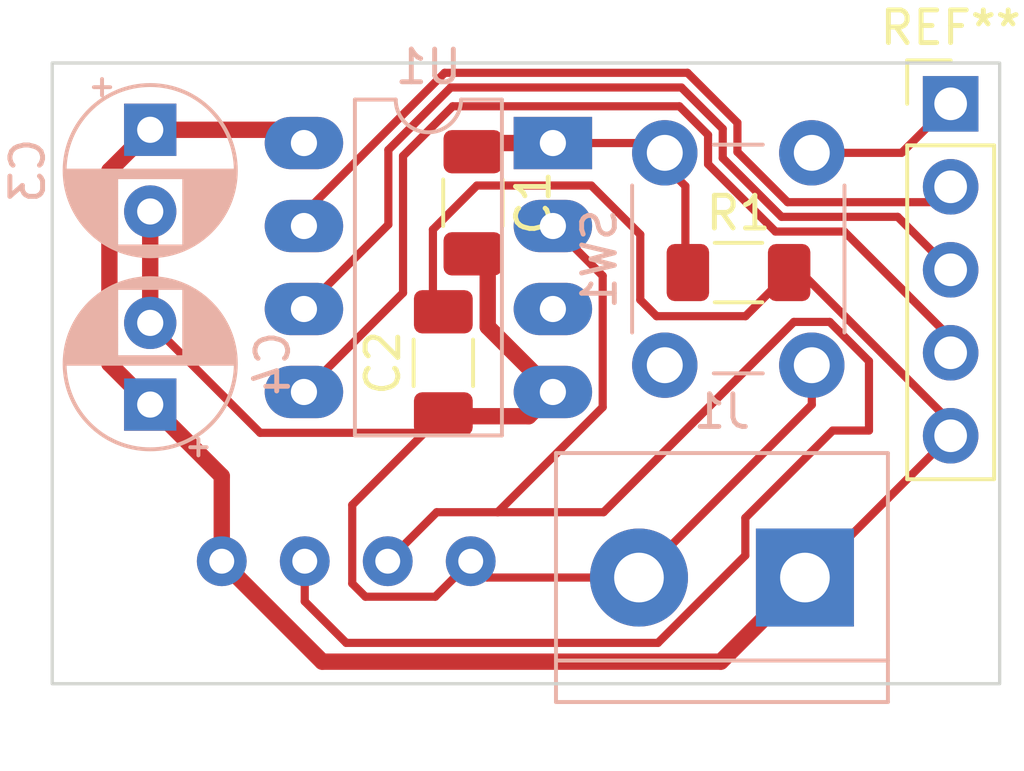
<source format=kicad_pcb>
(kicad_pcb (version 20211014) (generator pcbnew)
  (layers (0 "F.Cu" signal) (31 "B.Cu" signal) (34 "B.Paste" user) (35 "F.Paste" user) (36 "B.SilkS" user "B.Silkscreen") (37 "F.SilkS" user "F.Silkscreen") (38 "B.Mask" user) (39 "F.Mask" user) (44 "Edge.Cuts" user))
  (net 0 "")
  (net 1 "Net-(C1-Pad1)")
  (net 2 "GND")
  (net 3 "VCC")
  (net 4 "RELAY")
  (net 5 "RX")
  (net 6 "MOSI")
  (net 7 "MISO")
  (net 8 "SCK")
  (footprint "Connector_PinHeader_2.54mm:PinHeader_1x05_P2.54mm_Vertical" (layer "F.Cu") (at 144.5 89.5)
    (fp_text reference "REF**" (at 0 -2.33) (layer "F.SilkS"))
    (fp_text value "PinHeader_1x05_P2.54mm_Vertical" hide)
    (fp_line (start -1.33 1.27) (end -1.33 11.49) (layer "F.SilkS") (width 0.12))
    (fp_line (start -1.33 11.49) (end 1.33 11.49) (layer "F.SilkS") (width 0.12))
    (fp_line (start 1.33 1.27) (end 1.33 11.49) (layer "F.SilkS") (width 0.12))
    (fp_line (start -1.33 0) (end -1.33 -1.33) (layer "F.SilkS") (width 0.12))
    (fp_line (start -1.33 -1.33) (end 0 -1.33) (layer "F.SilkS") (width 0.12))
    (fp_line (start -1.33 1.27) (end 1.33 1.27) (layer "F.SilkS") (width 0.12))
    (pad "1" thru_hole rect (at 0 0) (size 1.7 1.7) (drill 1) (layers *.Cu *.Mask) (net 2 "GND"))
    (pad "2" thru_hole oval (at 0 2.54) (size 1.7 1.7) (drill 1) (layers *.Cu *.Mask) (net 8 "SCK"))
    (pad "3" thru_hole oval (at 0 5.08) (size 1.7 1.7) (drill 1) (layers *.Cu *.Mask) (net 7 "MISO"))
    (pad "4" thru_hole oval (at 0 7.62) (size 1.7 1.7) (drill 1) (layers *.Cu *.Mask) (net 6 "MOSI"))
    (pad "5" thru_hole oval (at 0 10.16) (size 1.7 1.7) (drill 1) (layers *.Cu *.Mask) (net 3 "VCC"))
  )
  (footprint "Capacitor_SMD:C_1206_3216Metric_Pad1.33x1.80mm_HandSolder" (layer "F.Cu") (at 128.971507 97.427858 90)
    (fp_text reference "C2" (at 0 -1.85 90) (layer "F.SilkS"))
    (fp_text value "100nF")
    (fp_line (start -0.711252 0.91) (end 0.711252 0.91) (layer "F.SilkS") (width 0.12))
    (fp_line (start -0.711252 -0.91) (end 0.711252 -0.91) (layer "F.SilkS") (width 0.12))
    (pad "1" smd roundrect (at -1.5625 0 90) (size 1.325 1.8) (layers "F.Cu" "F.Paste" "F.Mask") (roundrect_rratio 0.1886792453) (net 2 "GND"))
    (pad "2" smd roundrect (at 1.5625 0 90) (size 1.325 1.8) (layers "F.Cu" "F.Paste" "F.Mask") (roundrect_rratio 0.1886792453) (net 3 "VCC"))
  )
  (footprint "Capacitor_SMD:C_1206_3216Metric_Pad1.33x1.80mm_HandSolder" (layer "F.Cu") (at 129.877561 92.528454 -90)
    (fp_text reference "C1" (at 0 -1.85 90) (layer "F.SilkS"))
    (fp_text value "100nF")
    (fp_line (start -0.711252 -0.91) (end 0.711252 -0.91) (layer "F.SilkS") (width 0.12))
    (fp_line (start -0.711252 0.91) (end 0.711252 0.91) (layer "F.SilkS") (width 0.12))
    (pad "1" smd roundrect (at -1.5625 0 270) (size 1.325 1.8) (layers "F.Cu" "F.Paste" "F.Mask") (roundrect_rratio 0.1886792453) (net 1 "Net-(C1-Pad1)"))
    (pad "2" smd roundrect (at 1.5625 0 270) (size 1.325 1.8) (layers "F.Cu" "F.Paste" "F.Mask") (roundrect_rratio 0.1886792453) (net 2 "GND"))
  )
  (footprint "Resistor_SMD:R_1206_3216Metric_Pad1.30x1.75mm_HandSolder" (layer "F.Cu") (at 138.006727 94.664416)
    (fp_text reference "R1" (at 0 -1.82) (layer "F.SilkS"))
    (fp_text value "10k")
    (fp_line (start -0.727064 0.91) (end 0.727064 0.91) (layer "F.SilkS") (width 0.12))
    (fp_line (start -0.727064 -0.91) (end 0.727064 -0.91) (layer "F.SilkS") (width 0.12))
    (pad "1" smd roundrect (at -1.55 0) (size 1.3 1.75) (layers "F.Cu" "F.Paste" "F.Mask") (roundrect_rratio 0.1923076923) (net 1 "Net-(C1-Pad1)"))
    (pad "2" smd roundrect (at 1.55 0) (size 1.3 1.75) (layers "F.Cu" "F.Paste" "F.Mask") (roundrect_rratio 0.1923076923) (net 3 "VCC"))
  )
  (footprint "TerminalBlock:TerminalBlock_bornier-2_P5.08mm" (layer "B.Cu") (at 140.04 104 180)
    (fp_text reference "J1" (at 2.54 5.08) (layer "B.SilkS") (effects (justify mirror)))
    (fp_text value "SCREW TERMINAL")
    (fp_line (start 7.62 -3.81) (end 7.62 3.81) (layer "B.SilkS") (width 0.12))
    (fp_line (start 7.62 -2.54) (end -2.54 -2.54) (layer "B.SilkS") (width 0.12))
    (fp_line (start -2.54 3.81) (end -2.54 -3.81) (layer "B.SilkS") (width 0.12))
    (fp_line (start -2.54 -3.81) (end 7.62 -3.81) (layer "B.SilkS") (width 0.12))
    (fp_line (start 7.62 3.81) (end -2.54 3.81) (layer "B.SilkS") (width 0.12))
    (pad "1" thru_hole rect (at 0 0 180) (size 3 3) (drill 1.52) (layers *.Cu *.Mask) (net 3 "VCC"))
    (pad "2" thru_hole circle (at 5.08 0 180) (size 3 3) (drill 1.52) (layers *.Cu *.Mask) (net 2 "GND"))
  )
  (footprint "Capacitor_THT:CP_Radial_D5.0mm_P2.50mm" (layer "B.Cu") (at 120 90.294888 -90)
    (fp_text reference "C3" (at 1.25 3.75 90) (layer "B.SilkS") (effects (justify mirror)))
    (fp_text value "10uF")
    (fp_line (start 2.771 -1.04) (end 2.771 -2.095) (layer "B.SilkS") (width 0.12))
    (fp_line (start 2.571 2.224) (end 2.571 1.04) (layer "B.SilkS") (width 0.12))
    (fp_line (start 2.811 -1.04) (end 2.811 -2.065) (layer "B.SilkS") (width 0.12))
    (fp_line (start 1.41 2.576) (end 1.41 -2.576) (layer "B.SilkS") (width 0.12))
    (fp_line (start 2.251 -1.04) (end 2.251 -2.382) (layer "B.SilkS") (width 0.12))
    (fp_line (start 2.611 -1.04) (end 2.611 -2.2) (layer "B.SilkS") (width 0.12))
    (fp_line (start 2.291 -1.04) (end 2.291 -2.365) (layer "B.SilkS") (width 0.12))
    (fp_line (start 2.651 -1.04) (end 2.651 -2.175) (layer "B.SilkS") (width 0.12))
    (fp_line (start 2.731 2.122) (end 2.731 1.04) (layer "B.SilkS") (width 0.12))
    (fp_line (start -1.304775 1.725) (end -1.304775 1.225) (layer "B.SilkS") (width 0.12))
    (fp_line (start 1.33 2.579) (end 1.33 -2.579) (layer "B.SilkS") (width 0.12))
    (fp_line (start 2.371 -1.04) (end 2.371 -2.329) (layer "B.SilkS") (width 0.12))
    (fp_line (start 2.211 2.398) (end 2.211 1.04) (layer "B.SilkS") (width 0.12))
    (fp_line (start 1.53 -1.04) (end 1.53 -2.565) (layer "B.SilkS") (width 0.12))
    (fp_line (start 2.971 1.937) (end 2.971 1.04) (layer "B.SilkS") (width 0.12))
    (fp_line (start 1.53 2.565) (end 1.53 1.04) (layer "B.SilkS") (width 0.12))
    (fp_line (start 3.091 -1.04) (end 3.091 -1.826) (layer "B.SilkS") (width 0.12))
    (fp_line (start 2.411 2.31) (end 2.411 1.04) (layer "B.SilkS") (width 0.12))
    (fp_line (start 2.691 2.149) (end 2.691 1.04) (layer "B.SilkS") (width 0.12))
    (fp_line (start 2.331 -1.04) (end 2.331 -2.348) (layer "B.SilkS") (width 0.12))
    (fp_line (start 2.771 2.095) (end 2.771 1.04) (layer "B.SilkS") (width 0.12))
    (fp_line (start 3.411 -1.04) (end 3.411 -1.443) (layer "B.SilkS") (width 0.12))
    (fp_line (start 3.691 0.915) (end 3.691 -0.915) (layer "B.SilkS") (width 0.12))
    (fp_line (start 3.211 -1.04) (end 3.211 -1.699) (layer "B.SilkS") (width 0.12))
    (fp_line (start 2.371 2.329) (end 2.371 1.04) (layer "B.SilkS") (width 0.12))
    (fp_line (start 1.29 2.58) (end 1.29 -2.58) (layer "B.SilkS") (width 0.12))
    (fp_line (start 2.211 -1.04) (end 2.211 -2.398) (layer "B.SilkS") (width 0.12))
    (fp_line (start 2.531 2.247) (end 2.531 1.04) (layer "B.SilkS") (width 0.12))
    (fp_line (start 1.971 2.48) (end 1.971 1.04) (layer "B.SilkS") (width 0.12))
    (fp_line (start 1.49 -1.04) (end 1.49 -2.569) (layer "B.SilkS") (width 0.12))
    (fp_line (start 3.251 1.653) (end 3.251 1.04) (layer "B.SilkS") (width 0.12))
    (fp_line (start 3.131 -1.04) (end 3.131 -1.785) (layer "B.SilkS") (width 0.12))
    (fp_line (start 3.411 1.443) (end 3.411 1.04) (layer "B.SilkS") (width 0.12))
    (fp_line (start 1.49 2.569) (end 1.49 1.04) (layer "B.SilkS") (width 0.12))
    (fp_line (start 2.291 2.365) (end 2.291 1.04) (layer "B.SilkS") (width 0.12))
    (fp_line (start 2.491 2.268) (end 2.491 1.04) (layer "B.SilkS") (width 0.12))
    (fp_line (start 2.891 2.004) (end 2.891 1.04) (layer "B.SilkS") (width 0.12))
    (fp_line (start 3.331 -1.04) (end 3.331 -1.554) (layer "B.SilkS") (width 0.12))
    (fp_line (start 2.011 -1.04) (end 2.011 -2.468) (layer "B.SilkS") (width 0.12))
    (fp_line (start 2.851 2.035) (end 2.851 1.04) (layer "B.SilkS") (width 0.12))
    (fp_line (start 1.69 2.543) (end 1.69 1.04) (layer "B.SilkS") (width 0.12))
    (fp_line (start 1.89 2.501) (end 1.89 1.04) (layer "B.SilkS") (width 0.12))
    (fp_line (start 3.531 -1.04) (end 3.531 -1.251) (layer "B.SilkS") (width 0.12))
    (fp_line (start 2.731 -1.04) (end 2.731 -2.122) (layer "B.SilkS") (width 0.12))
    (fp_line (start 2.011 2.468) (end 2.011 1.04) (layer "B.SilkS") (width 0.12))
    (fp_line (start 1.77 2.528) (end 1.77 1.04) (layer "B.SilkS") (width 0.12))
    (fp_line (start 1.971 -1.04) (end 1.971 -2.48) (layer "B.SilkS") (width 0.12))
    (fp_line (start 3.371 -1.04) (end 3.371 -1.5) (layer "B.SilkS") (width 0.12))
    (fp_line (start 2.931 1.971) (end 2.931 1.04) (layer "B.SilkS") (width 0.12))
    (fp_line (start 1.81 -1.04) (end 1.81 -2.52) (layer "B.SilkS") (width 0.12))
    (fp_line (start 2.331 2.348) (end 2.331 1.04) (layer "B.SilkS") (width 0.12))
    (fp_line (start 2.651 2.175) (end 2.651 1.04) (layer "B.SilkS") (width 0.12))
    (fp_line (start 3.531 1.251) (end 3.531 1.04) (layer "B.SilkS") (width 0.12))
    (fp_line (start 2.091 2.442) (end 2.091 1.04) (layer "B.SilkS") (width 0.12))
    (fp_line (start 2.091 -1.04) (end 2.091 -2.442) (layer "B.SilkS") (width 0.12))
    (fp_line (start 1.61 -1.04) (end 1.61 -2.556) (layer "B.SilkS") (width 0.12))
    (fp_line (start 2.971 -1.04) (end 2.971 -1.937) (layer "B.SilkS") (width 0.12))
    (fp_line (start 2.411 -1.04) (end 2.411 -2.31) (layer "B.SilkS") (width 0.12))
    (fp_line (start 1.73 -1.04) (end 1.73 -2.536) (layer "B.SilkS") (width 0.12))
    (fp_line (start 3.251 -1.04) (end 3.251 -1.653) (layer "B.SilkS") (width 0.12))
    (fp_line (start 3.211 1.699) (end 3.211 1.04) (layer "B.SilkS") (width 0.12))
    (fp_line (start 3.171 -1.04) (end 3.171 -1.743) (layer "B.SilkS") (width 0.12))
    (fp_line (start 1.85 -1.04) (end 1.85 -2.511) (layer "B.SilkS") (width 0.12))
    (fp_line (start 2.891 -1.04) (end 2.891 -2.004) (layer "B.SilkS") (width 0.12))
    (fp_line (start 2.131 -1.04) (end 2.131 -2.428) (layer "B.SilkS") (width 0.12))
    (fp_line (start 2.811 2.065) (end 2.811 1.04) (layer "B.SilkS") (width 0.12))
    (fp_line (start 2.491 -1.04) (end 2.491 -2.268) (layer "B.SilkS") (width 0.12))
    (fp_line (start 3.051 -1.04) (end 3.051 -1.864) (layer "B.SilkS") (width 0.12))
    (fp_line (start 3.291 1.605) (end 3.291 1.04) (layer "B.SilkS") (width 0.12))
    (fp_line (start 1.93 -1.04) (end 1.93 -2.491) (layer "B.SilkS") (width 0.12))
    (fp_line (start 1.73 2.536) (end 1.73 1.04) (layer "B.SilkS") (width 0.12))
    (fp_line (start 2.051 2.455) (end 2.051 1.04) (layer "B.SilkS") (width 0.12))
    (fp_line (start 1.89 -1.04) (end 1.89 -2.501) (layer "B.SilkS") (width 0.12))
    (fp_line (start 2.171 -1.04) (end 2.171 -2.414) (layer "B.SilkS") (width 0.12))
    (fp_line (start 3.011 1.901) (end 3.011 1.04) (layer "B.SilkS") (width 0.12))
    (fp_line (start 1.93 2.491) (end 1.93 1.04) (layer "B.SilkS") (width 0.12))
    (fp_line (start 3.171 1.743) (end 3.171 1.04) (layer "B.SilkS") (width 0.12))
    (fp_line (start 3.331 1.554) (end 3.331 1.04) (layer "B.SilkS") (width 0.12))
    (fp_line (start 1.81 2.52) (end 1.81 1.04) (layer "B.SilkS") (width 0.12))
    (fp_line (start 3.091 1.826) (end 3.091 1.04) (layer "B.SilkS") (width 0.12))
    (fp_line (start 2.051 -1.04) (end 2.051 -2.455) (layer "B.SilkS") (width 0.12))
    (fp_line (start 3.571 1.178) (end 3.571 -1.178) (layer "B.SilkS") (width 0.12))
    (fp_line (start 2.451 -1.04) (end 2.451 -2.29) (layer "B.SilkS") (width 0.12))
    (fp_line (start 3.451 1.383) (end 3.451 1.04) (layer "B.SilkS") (width 0.12))
    (fp_line (start 2.571 -1.04) (end 2.571 -2.224) (layer "B.SilkS") (width 0.12))
    (fp_line (start 1.57 2.561) (end 1.57 1.04) (layer "B.SilkS") (width 0.12))
    (fp_line (start 2.531 -1.04) (end 2.531 -2.247) (layer "B.SilkS") (width 0.12))
    (fp_line (start 3.731 0.805) (end 3.731 -0.805) (layer "B.SilkS") (width 0.12))
    (fp_line (start 1.77 -1.04) (end 1.77 -2.528) (layer "B.SilkS") (width 0.12))
    (fp_line (start 1.85 2.511) (end 1.85 1.04) (layer "B.SilkS") (width 0.12))
    (fp_line (start 3.131 1.785) (end 3.131 1.04) (layer "B.SilkS") (width 0.12))
    (fp_line (start 2.251 2.382) (end 2.251 1.04) (layer "B.SilkS") (width 0.12))
    (fp_line (start 3.811 0.518) (end 3.811 -0.518) (layer "B.SilkS") (width 0.12))
    (fp_line (start 2.931 -1.04) (end 2.931 -1.971) (layer "B.SilkS") (width 0.12))
    (fp_line (start 1.25 2.58) (end 1.25 -2.58) (layer "B.SilkS") (width 0.12))
    (fp_line (start 2.451 2.29) (end 2.451 1.04) (layer "B.SilkS") (width 0.12))
    (fp_line (start 1.37 2.578) (end 1.37 -2.578) (layer "B.SilkS") (width 0.12))
    (fp_line (start 3.011 -1.04) (end 3.011 -1.901) (layer "B.SilkS") (width 0.12))
    (fp_line (start 2.171 2.414) (end 2.171 1.04) (layer "B.SilkS") (width 0.12))
    (fp_line (start 3.651 1.011) (end 3.651 -1.011) (layer "B.SilkS") (width 0.12))
    (fp_line (start 1.61 2.556) (end 1.61 1.04) (layer "B.SilkS") (width 0.12))
    (fp_line (start 2.691 -1.04) (end 2.691 -2.149) (layer "B.SilkS") (width 0.12))
    (fp_line (start 3.371 1.5) (end 3.371 1.04) (layer "B.SilkS") (width 0.12))
    (fp_line (start 1.65 -1.04) (end 1.65 -2.55) (layer "B.SilkS") (width 0.12))
    (fp_line (start 1.65 2.55) (end 1.65 1.04) (layer "B.SilkS") (width 0.12))
    (fp_line (start 3.451 -1.04) (end 3.451 -1.383) (layer "B.SilkS") (width 0.12))
    (fp_line (start 1.45 2.573) (end 1.45 -2.573) (layer "B.SilkS") (width 0.12))
    (fp_line (start 2.851 -1.04) (end 2.851 -2.035) (layer "B.SilkS") (width 0.12))
    (fp_line (start 3.771 0.677) (end 3.771 -0.677) (layer "B.SilkS") (width 0.12))
    (fp_line (start 3.291 -1.04) (end 3.291 -1.605) (layer "B.SilkS") (width 0.12))
    (fp_line (start 1.69 -1.04) (end 1.69 -2.543) (layer "B.SilkS") (width 0.12))
    (fp_line (start -1.554775 1.475) (end -1.054775 1.475) (layer "B.SilkS") (width 0.12))
    (fp_line (start 3.611 1.098) (end 3.611 -1.098) (layer "B.SilkS") (width 0.12))
    (fp_line (start 3.851 0.284) (end 3.851 -0.284) (layer "B.SilkS") (width 0.12))
    (fp_line (start 2.611 2.2) (end 2.611 1.04) (layer "B.SilkS") (width 0.12))
    (fp_line (start 2.131 2.428) (end 2.131 1.04) (layer "B.SilkS") (width 0.12))
    (fp_line (start 3.051 1.864) (end 3.051 1.04) (layer "B.SilkS") (width 0.12))
    (fp_line (start 3.491 -1.04) (end 3.491 -1.319) (layer "B.SilkS") (width 0.12))
    (fp_line (start 3.491 1.319) (end 3.491 1.04) (layer "B.SilkS") (width 0.12))
    (fp_line (start 1.57 -1.04) (end 1.57 -2.561) (layer "B.SilkS") (width 0.12))
    (fp_circle (center 1.25 0) (end 3.87 0) (layer "B.SilkS") (width 0.12) (fill none))
    (pad "1" thru_hole rect (at 0 0 270) (size 1.6 1.6) (drill 0.8) (layers *.Cu *.Mask) (net 3 "VCC"))
    (pad "2" thru_hole circle (at 2.5 0 270) (size 1.6 1.6) (drill 0.8) (layers *.Cu *.Mask) (net 2 "GND"))
  )
  (footprint "Package_DIP:DIP-8_W7.62mm_LongPads" (layer "B.Cu") (at 132.325 90.7 180)
    (fp_text reference "U1" (at 3.81 2.33) (layer "B.SilkS") (effects (justify mirror)))
    (fp_text value "ATtiny13A-P")
    (fp_line (start 1.56 1.33) (end 1.56 -8.95) (layer "B.SilkS") (width 0.12))
    (fp_line (start 1.56 -8.95) (end 6.06 -8.95) (layer "B.SilkS") (width 0.12))
    (fp_line (start 2.81 1.33) (end 1.56 1.33) (layer "B.SilkS") (width 0.12))
    (fp_line (start 6.06 1.33) (end 4.81 1.33) (layer "B.SilkS") (width 0.12))
    (fp_line (start 6.06 -8.95) (end 6.06 1.33) (layer "B.SilkS") (width 0.12))
    (fp_arc (start 2.81 1.33) (mid 3.81 0.33) (end 4.81 1.33) (layer "B.SilkS") (width 0.12))
    (pad "1" thru_hole rect (at 0 0 180) (size 2.4 1.6) (drill 0.8) (layers *.Cu *.Mask) (net 1 "Net-(C1-Pad1)"))
    (pad "2" thru_hole oval (at 0 -2.54 180) (size 2.4 1.6) (drill 0.8) (layers *.Cu *.Mask) (net 5 "RX"))
    (pad "3" thru_hole oval (at 0 -5.08 180) (size 2.4 1.6) (drill 0.8) (layers *.Cu *.Mask) (net 4 "RELAY"))
    (pad "4" thru_hole oval (at 0 -7.62 180) (size 2.4 1.6) (drill 0.8) (layers *.Cu *.Mask) (net 2 "GND"))
    (pad "5" thru_hole oval (at 7.62 -7.62 180) (size 2.4 1.6) (drill 0.8) (layers *.Cu *.Mask) (net 6 "MOSI"))
    (pad "6" thru_hole oval (at 7.62 -5.08 180) (size 2.4 1.6) (drill 0.8) (layers *.Cu *.Mask) (net 7 "MISO"))
    (pad "7" thru_hole oval (at 7.62 -2.54 180) (size 2.4 1.6) (drill 0.8) (layers *.Cu *.Mask) (net 8 "SCK"))
    (pad "8" thru_hole oval (at 7.62 0 180) (size 2.4 1.6) (drill 0.8) (layers *.Cu *.Mask) (net 3 "VCC"))
  )
  (footprint "custom:rx" (layer "B.Cu") (at 126 103.5)
    (fp_text reference "J2" hide)
    (fp_text value "RX")
    (pad "1" thru_hole circle (at -3.81 0) (size 1.524 1.524) (drill 0.762) (layers *.Cu *.Mask) (net 3 "VCC"))
    (pad "2" thru_hole circle (at -1.27 0) (size 1.524 1.524) (drill 0.762) (layers *.Cu *.Mask) (net 5 "RX"))
    (pad "3" thru_hole circle (at 1.27 0) (size 1.524 1.524) (drill 0.762) (layers *.Cu *.Mask) (net 5 "RX"))
    (pad "4" thru_hole circle (at 3.81 0) (size 1.524 1.524) (drill 0.762) (layers *.Cu *.Mask) (net 2 "GND"))
  )
  (footprint "Button_Switch_THT:SW_PUSH_6mm" (layer "B.Cu") (at 135.75 91 -90)
    (fp_text reference "SW1" (at 3.25 2 90) (layer "B.SilkS") (effects (justify mirror)))
    (fp_text value "SWITCH")
    (fp_line (start 5.5 1) (end 1 1) (layer "B.SilkS") (width 0.12))
    (fp_line (start 1 -5.5) (end 5.5 -5.5) (layer "B.SilkS") (width 0.12))
    (fp_line (start -0.25 -1.5) (end -0.25 -3) (layer "B.SilkS") (width 0.12))
    (fp_line (start 6.75 -3) (end 6.75 -1.5) (layer "B.SilkS") (width 0.12))
    (pad "1" thru_hole circle (at 0 0 180) (size 2 2) (drill 1.1) (layers *.Cu *.Mask) (net 1 "Net-(C1-Pad1)"))
    (pad "1" thru_hole circle (at 6.5 0 180) (size 2 2) (drill 1.1) (layers *.Cu *.Mask) (net 1 "Net-(C1-Pad1)"))
    (pad "3" thru_hole circle (at 0 -4.5 180) (size 2 2) (drill 1.1) (layers *.Cu *.Mask) (net 2 "GND"))
    (pad "3" thru_hole circle (at 6.5 -4.5 180) (size 2 2) (drill 1.1) (layers *.Cu *.Mask) (net 2 "GND"))
  )
  (footprint "Capacitor_THT:CP_Radial_D5.0mm_P2.50mm" (layer "B.Cu") (at 120 98.705113 90)
    (fp_text reference "C4" (at 1.25 3.75 90) (layer "B.SilkS") (effects (justify mirror)))
    (fp_text value "10uF")
    (fp_line (start -1.304775 1.725) (end -1.304775 1.225) (layer "B.SilkS") (width 0.12))
    (fp_line (start 3.651 1.011) (end 3.651 -1.011) (layer "B.SilkS") (width 0.12))
    (fp_line (start 3.411 -1.04) (end 3.411 -1.443) (layer "B.SilkS") (width 0.12))
    (fp_line (start 2.851 2.035) (end 2.851 1.04) (layer "B.SilkS") (width 0.12))
    (fp_line (start 3.851 0.284) (end 3.851 -0.284) (layer "B.SilkS") (width 0.12))
    (fp_line (start 2.131 2.428) (end 2.131 1.04) (layer "B.SilkS") (width 0.12))
    (fp_line (start 1.73 -1.04) (end 1.73 -2.536) (layer "B.SilkS") (width 0.12))
    (fp_line (start 1.93 2.491) (end 1.93 1.04) (layer "B.SilkS") (width 0.12))
    (fp_line (start 1.57 2.561) (end 1.57 1.04) (layer "B.SilkS") (width 0.12))
    (fp_line (start 1.53 2.565) (end 1.53 1.04) (layer "B.SilkS") (width 0.12))
    (fp_line (start 3.811 0.518) (end 3.811 -0.518) (layer "B.SilkS") (width 0.12))
    (fp_line (start 1.85 2.511) (end 1.85 1.04) (layer "B.SilkS") (width 0.12))
    (fp_line (start 3.211 1.699) (end 3.211 1.04) (layer "B.SilkS") (width 0.12))
    (fp_line (start 2.891 2.004) (end 2.891 1.04) (layer "B.SilkS") (width 0.12))
    (fp_line (start 1.57 -1.04) (end 1.57 -2.561) (layer "B.SilkS") (width 0.12))
    (fp_line (start 2.491 2.268) (end 2.491 1.04) (layer "B.SilkS") (width 0.12))
    (fp_line (start 2.931 -1.04) (end 2.931 -1.971) (layer "B.SilkS") (width 0.12))
    (fp_line (start 3.491 1.319) (end 3.491 1.04) (layer "B.SilkS") (width 0.12))
    (fp_line (start 1.53 -1.04) (end 1.53 -2.565) (layer "B.SilkS") (width 0.12))
    (fp_line (start 2.731 2.122) (end 2.731 1.04) (layer "B.SilkS") (width 0.12))
    (fp_line (start 3.211 -1.04) (end 3.211 -1.699) (layer "B.SilkS") (width 0.12))
    (fp_line (start 2.771 -1.04) (end 2.771 -2.095) (layer "B.SilkS") (width 0.12))
    (fp_line (start 1.33 2.579) (end 1.33 -2.579) (layer "B.SilkS") (width 0.12))
    (fp_line (start 2.891 -1.04) (end 2.891 -2.004) (layer "B.SilkS") (width 0.12))
    (fp_line (start 3.051 -1.04) (end 3.051 -1.864) (layer "B.SilkS") (width 0.12))
    (fp_line (start 3.051 1.864) (end 3.051 1.04) (layer "B.SilkS") (width 0.12))
    (fp_line (start 3.451 -1.04) (end 3.451 -1.383) (layer "B.SilkS") (width 0.12))
    (fp_line (start 3.331 -1.04) (end 3.331 -1.554) (layer "B.SilkS") (width 0.12))
    (fp_line (start -1.554775 1.475) (end -1.054775 1.475) (layer "B.SilkS") (width 0.12))
    (fp_line (start 2.371 2.329) (end 2.371 1.04) (layer "B.SilkS") (width 0.12))
    (fp_line (start 1.65 2.55) (end 1.65 1.04) (layer "B.SilkS") (width 0.12))
    (fp_line (start 3.531 -1.04) (end 3.531 -1.251) (layer "B.SilkS") (width 0.12))
    (fp_line (start 3.531 1.251) (end 3.531 1.04) (layer "B.SilkS") (width 0.12))
    (fp_line (start 1.61 2.556) (end 1.61 1.04) (layer "B.SilkS") (width 0.12))
    (fp_line (start 1.971 -1.04) (end 1.971 -2.48) (layer "B.SilkS") (width 0.12))
    (fp_line (start 1.81 2.52) (end 1.81 1.04) (layer "B.SilkS") (width 0.12))
    (fp_line (start 1.85 -1.04) (end 1.85 -2.511) (layer "B.SilkS") (width 0.12))
    (fp_line (start 2.451 2.29) (end 2.451 1.04) (layer "B.SilkS") (width 0.12))
    (fp_line (start 2.171 2.414) (end 2.171 1.04) (layer "B.SilkS") (width 0.12))
    (fp_line (start 3.291 1.605) (end 3.291 1.04) (layer "B.SilkS") (width 0.12))
    (fp_line (start 2.371 -1.04) (end 2.371 -2.329) (layer "B.SilkS") (width 0.12))
    (fp_line (start 3.371 1.5) (end 3.371 1.04) (layer "B.SilkS") (width 0.12))
    (fp_line (start 3.011 1.901) (end 3.011 1.04) (layer "B.SilkS") (width 0.12))
    (fp_line (start 2.251 -1.04) (end 2.251 -2.382) (layer "B.SilkS") (width 0.12))
    (fp_line (start 2.811 -1.04) (end 2.811 -2.065) (layer "B.SilkS") (width 0.12))
    (fp_line (start 2.331 2.348) (end 2.331 1.04) (layer "B.SilkS") (width 0.12))
    (fp_line (start 3.691 0.915) (end 3.691 -0.915) (layer "B.SilkS") (width 0.12))
    (fp_line (start 3.771 0.677) (end 3.771 -0.677) (layer "B.SilkS") (width 0.12))
    (fp_line (start 1.89 -1.04) (end 1.89 -2.501) (layer "B.SilkS") (width 0.12))
    (fp_line (start 3.571 1.178) (end 3.571 -1.178) (layer "B.SilkS") (width 0.12))
    (fp_line (start 3.331 1.554) (end 3.331 1.04) (layer "B.SilkS") (width 0.12))
    (fp_line (start 1.93 -1.04) (end 1.93 -2.491) (layer "B.SilkS") (width 0.12))
    (fp_line (start 3.091 1.826) (end 3.091 1.04) (layer "B.SilkS") (width 0.12))
    (fp_line (start 3.611 1.098) (end 3.611 -1.098) (layer "B.SilkS") (width 0.12))
    (fp_line (start 1.971 2.48) (end 1.971 1.04) (layer "B.SilkS") (width 0.12))
    (fp_line (start 3.411 1.443) (end 3.411 1.04) (layer "B.SilkS") (width 0.12))
    (fp_line (start 3.291 -1.04) (end 3.291 -1.605) (layer "B.SilkS") (width 0.12))
    (fp_line (start 1.73 2.536) (end 1.73 1.04) (layer "B.SilkS") (width 0.12))
    (fp_line (start 1.49 -1.04) (end 1.49 -2.569) (layer "B.SilkS") (width 0.12))
    (fp_line (start 2.411 2.31) (end 2.411 1.04) (layer "B.SilkS") (width 0.12))
    (fp_line (start 2.331 -1.04) (end 2.331 -2.348) (layer "B.SilkS") (width 0.12))
    (fp_line (start 2.611 2.2) (end 2.611 1.04) (layer "B.SilkS") (width 0.12))
    (fp_line (start 2.651 2.175) (end 2.651 1.04) (layer "B.SilkS") (width 0.12))
    (fp_line (start 2.811 2.065) (end 2.811 1.04) (layer "B.SilkS") (width 0.12))
    (fp_line (start 1.65 -1.04) (end 1.65 -2.55) (layer "B.SilkS") (width 0.12))
    (fp_line (start 2.971 -1.04) (end 2.971 -1.937) (layer "B.SilkS") (width 0.12))
    (fp_line (start 2.131 -1.04) (end 2.131 -2.428) (layer "B.SilkS") (width 0.12))
    (fp_line (start 2.211 2.398) (end 2.211 1.04) (layer "B.SilkS") (width 0.12))
    (fp_line (start 3.091 -1.04) (end 3.091 -1.826) (layer "B.SilkS") (width 0.12))
    (fp_line (start 2.211 -1.04) (end 2.211 -2.398) (layer "B.SilkS") (width 0.12))
    (fp_line (start 1.29 2.58) (end 1.29 -2.58) (layer "B.SilkS") (width 0.12))
    (fp_line (start 2.011 2.468) (end 2.011 1.04) (layer "B.SilkS") (width 0.12))
    (fp_line (start 1.69 2.543) (end 1.69 1.04) (layer "B.SilkS") (width 0.12))
    (fp_line (start 2.091 2.442) (end 2.091 1.04) (layer "B.SilkS") (width 0.12))
    (fp_line (start 2.611 -1.04) (end 2.611 -2.2) (layer "B.SilkS") (width 0.12))
    (fp_line (start 1.77 -1.04) (end 1.77 -2.528) (layer "B.SilkS") (width 0.12))
    (fp_line (start 2.771 2.095) (end 2.771 1.04) (layer "B.SilkS") (width 0.12))
    (fp_line (start 2.251 2.382) (end 2.251 1.04) (layer "B.SilkS") (width 0.12))
    (fp_line (start 3.251 1.653) (end 3.251 1.04) (layer "B.SilkS") (width 0.12))
    (fp_line (start 1.41 2.576) (end 1.41 -2.576) (layer "B.SilkS") (width 0.12))
    (fp_line (start 2.011 -1.04) (end 2.011 -2.468) (layer "B.SilkS") (width 0.12))
    (fp_line (start 1.89 2.501) (end 1.89 1.04) (layer "B.SilkS") (width 0.12))
    (fp_line (start 2.531 -1.04) (end 2.531 -2.247) (layer "B.SilkS") (width 0.12))
    (fp_line (start 3.371 -1.04) (end 3.371 -1.5) (layer "B.SilkS") (width 0.12))
    (fp_line (start 2.491 -1.04) (end 2.491 -2.268) (layer "B.SilkS") (width 0.12))
    (fp_line (start 2.291 -1.04) (end 2.291 -2.365) (layer "B.SilkS") (width 0.12))
    (fp_line (start 2.051 2.455) (end 2.051 1.04) (layer "B.SilkS") (width 0.12))
    (fp_line (start 2.531 2.247) (end 2.531 1.04) (layer "B.SilkS") (width 0.12))
    (fp_line (start 2.691 2.149) (end 2.691 1.04) (layer "B.SilkS") (width 0.12))
    (fp_line (start 2.291 2.365) (end 2.291 1.04) (layer "B.SilkS") (width 0.12))
    (fp_line (start 3.171 -1.04) (end 3.171 -1.743) (layer "B.SilkS") (width 0.12))
    (fp_line (start 3.011 -1.04) (end 3.011 -1.901) (layer "B.SilkS") (width 0.12))
    (fp_line (start 3.171 1.743) (end 3.171 1.04) (layer "B.SilkS") (width 0.12))
    (fp_line (start 3.731 0.805) (end 3.731 -0.805) (layer "B.SilkS") (width 0.12))
    (fp_line (start 3.251 -1.04) (end 3.251 -1.653) (layer "B.SilkS") (width 0.12))
    (fp_line (start 2.691 -1.04) (end 2.691 -2.149) (layer "B.SilkS") (width 0.12))
    (fp_line (start 2.651 -1.04) (end 2.651 -2.175) (layer "B.SilkS") (width 0.12))
    (fp_line (start 2.851 -1.04) (end 2.851 -2.035) (layer "B.SilkS") (width 0.12))
    (fp_line (start 2.971 1.937) (end 2.971 1.04) (layer "B.SilkS") (width 0.12))
    (fp_line (start 1.49 2.569) (end 1.49 1.04) (layer "B.SilkS") (width 0.12))
    (fp_line (start 3.131 -1.04) (end 3.131 -1.785) (layer "B.SilkS") (width 0.12))
    (fp_line (start 3.131 1.785) (end 3.131 1.04) (layer "B.SilkS") (width 0.12))
    (fp_line (start 2.171 -1.04) (end 2.171 -2.414) (layer "B.SilkS") (width 0.12))
    (fp_line (start 1.25 2.58) (end 1.25 -2.58) (layer "B.SilkS") (width 0.12))
    (fp_line (start 1.61 -1.04) (end 1.61 -2.556) (layer "B.SilkS") (width 0.12))
    (fp_line (start 2.451 -1.04) (end 2.451 -2.29) (layer "B.SilkS") (width 0.12))
    (fp_line (start 3.451 1.383) (end 3.451 1.04) (layer "B.SilkS") (width 0.12))
    (fp_line (start 2.731 -1.04) (end 2.731 -2.122) (layer "B.SilkS") (width 0.12))
    (fp_line (start 2.571 -1.04) (end 2.571 -2.224) (layer "B.SilkS") (width 0.12))
    (fp_line (start 1.45 2.573) (end 1.45 -2.573) (layer "B.SilkS") (width 0.12))
    (fp_line (start 1.69 -1.04) (end 1.69 -2.543) (layer "B.SilkS") (width 0.12))
    (fp_line (start 2.571 2.224) (end 2.571 1.04) (layer "B.SilkS") (width 0.12))
    (fp_line (start 1.77 2.528) (end 1.77 1.04) (layer "B.SilkS") (width 0.12))
    (fp_line (start 2.091 -1.04) (end 2.091 -2.442) (layer "B.SilkS") (width 0.12))
    (fp_line (start 1.37 2.578) (end 1.37 -2.578) (layer "B.SilkS") (width 0.12))
    (fp_line (start 2.411 -1.04) (end 2.411 -2.31) (layer "B.SilkS") (width 0.12))
    (fp_line (start 3.491 -1.04) (end 3.491 -1.319) (layer "B.SilkS") (width 0.12))
    (fp_line (start 2.931 1.971) (end 2.931 1.04) (layer "B.SilkS") (width 0.12))
    (fp_line (start 2.051 -1.04) (end 2.051 -2.455) (layer "B.SilkS") (width 0.12))
    (fp_line (start 1.81 -1.04) (end 1.81 -2.52) (layer "B.SilkS") (width 0.12))
    (fp_circle (center 1.25 0) (end 3.87 0) (layer "B.SilkS") (width 0.12) (fill none))
    (pad "1" thru_hole rect (at 0 0 90) (size 1.6 1.6) (drill 0.8) (layers *.Cu *.Mask) (net 3 "VCC"))
    (pad "2" thru_hole circle (at 2.5 0 90) (size 1.6 1.6) (drill 0.8) (layers *.Cu *.Mask) (net 2 "GND"))
  )
  (gr_rect (start 146 107.25) (end 117 88.25) (layer "Edge.Cuts") (width 0.1) (fill none))
  (segment (start 136.38088 94.588569) (end 136.38088 92.016598) (width 0.25) (layer "F.Cu") (net 1))
  (segment (start 130.143515 90.7) (end 129.877561 90.965954) (width 0.5) (layer "F.Cu") (net 1))
  (segment (start 136.456727 94.664416) (end 136.38088 94.588569) (width 0.25) (layer "F.Cu") (net 1))
  (segment (start 136.38088 92.016598) (end 135.75 91.385718) (width 0.25) (layer "F.Cu") (net 1))
  (segment (start 135.45 90.7) (end 135.75 91) (width 0.25) (layer "F.Cu") (net 1))
  (segment (start 135.75 91.385718) (end 135.75 91) (width 0.25) (layer "F.Cu") (net 1))
  (segment (start 132.325 90.7) (end 135.45 90.7) (width 0.25) (layer "F.Cu") (net 1))
  (segment (start 132.325 90.7) (end 130.143515 90.7) (width 0.5) (layer "F.Cu") (net 1))
  (segment (start 128.971507 98.990358) (end 129.043649 99.0625) (width 0.5) (layer "F.Cu") (net 2))
  (segment (start 130.330588 94.543981) (end 130.330588 96.325588) (width 0.5) (layer "F.Cu") (net 2))
  (segment (start 131.5825 99.0625) (end 132.325 98.32) (width 0.5) (layer "F.Cu") (net 2))
  (segment (start 129.877561 94.090954) (end 130.330588 94.543981) (width 0.5) (layer "F.Cu") (net 2))
  (segment (start 140.25 91) (end 143 91) (width 0.25) (layer "F.Cu") (net 2))
  (segment (start 120 96.205113) (end 120 92.794888) (width 0.5) (layer "F.Cu") (net 2))
  (segment (start 128.723489 104.586511) (end 126.586511 104.586511) (width 0.25) (layer "F.Cu") (net 2))
  (segment (start 134.96 104) (end 130.31 104) (width 0.25) (layer "F.Cu") (net 2))
  (segment (start 129.043649 99.0625) (end 131.5825 99.0625) (width 0.5) (layer "F.Cu") (net 2))
  (segment (start 123.364407 99.56952) (end 128.392345 99.56952) (width 0.25) (layer "F.Cu") (net 2))
  (segment (start 129.81 103.5) (end 128.723489 104.586511) (width 0.25) (layer "F.Cu") (net 2))
  (segment (start 130.31 104) (end 129.81 103.5) (width 0.25) (layer "F.Cu") (net 2))
  (segment (start 130.330588 96.325588) (end 132.325 98.32) (width 0.5) (layer "F.Cu") (net 2))
  (segment (start 126.586511 104.586511) (end 126.183489 104.183489) (width 0.25) (layer "F.Cu") (net 2))
  (segment (start 120 96.205113) (end 123.364407 99.56952) (width 0.25) (layer "F.Cu") (net 2))
  (segment (start 132.325 98.865) (end 132.325 98.32) (width 0.5) (layer "F.Cu") (net 2))
  (segment (start 128.392345 99.56952) (end 128.971507 98.990358) (width 0.25) (layer "F.Cu") (net 2))
  (segment (start 143 91) (end 144.5 89.5) (width 0.25) (layer "F.Cu") (net 2))
  (segment (start 126.183489 104.183489) (end 126.183489 101.778376) (width 0.25) (layer "F.Cu") (net 2))
  (segment (start 126.183489 101.778376) (end 128.971507 98.990358) (width 0.25) (layer "F.Cu") (net 2))
  (segment (start 140.25 98.71) (end 140.25 97.5) (width 0.25) (layer "F.Cu") (net 2))
  (segment (start 134.96 104) (end 140.25 98.71) (width 0.25) (layer "F.Cu") (net 2))
  (segment (start 135.5 96) (end 138.221143 96) (width 0.25) (layer "F.Cu") (net 3))
  (segment (start 140.16 104) (end 144.5 99.66) (width 0.25) (layer "F.Cu") (net 3))
  (segment (start 120 98.705113) (end 118.750489 97.455602) (width 0.5) (layer "F.Cu") (net 3))
  (segment (start 128.653041 93.346959) (end 130 92) (width 0.25) (layer "F.Cu") (net 3))
  (segment (start 128.971507 95.865358) (end 128.653041 95.546892) (width 0.25) (layer "F.Cu") (net 3))
  (segment (start 122.19 103.5) (end 125.264511 106.574511) (width 0.5) (layer "F.Cu") (net 3))
  (segment (start 135 95.5) (end 135.5 96) (width 0.25) (layer "F.Cu") (net 3))
  (segment (start 138.221143 96) (end 139.556727 94.664416) (width 0.25) (layer "F.Cu") (net 3))
  (segment (start 128.653041 95.546892) (end 128.653041 93.346959) (width 0.25) (layer "F.Cu") (net 3))
  (segment (start 125.264511 106.574511) (end 137.465489 106.574511) (width 0.5) (layer "F.Cu") (net 3))
  (segment (start 118.750489 97.455602) (end 118.750489 91.544399) (width 0.5) (layer "F.Cu") (net 3))
  (segment (start 144.5 99.66) (end 144.5 99.241153) (width 0.25) (layer "F.Cu") (net 3))
  (segment (start 135 93.5) (end 135 95.5) (width 0.25) (layer "F.Cu") (net 3))
  (segment (start 122.19 100.895113) (end 120 98.705113) (width 0.5) (layer "F.Cu") (net 3))
  (segment (start 120 90.294888) (end 124.299888 90.294888) (width 0.5) (layer "F.Cu") (net 3))
  (segment (start 144.5 99.241153) (end 139.923263 94.664416) (width 0.25) (layer "F.Cu") (net 3))
  (segment (start 124.299888 90.294888) (end 124.705 90.7) (width 0.5) (layer "F.Cu") (net 3))
  (segment (start 133.5 92) (end 135 93.5) (width 0.25) (layer "F.Cu") (net 3))
  (segment (start 140.04 104) (end 140.16 104) (width 0.25) (layer "F.Cu") (net 3))
  (segment (start 137.465489 106.574511) (end 140.04 104) (width 0.5) (layer "F.Cu") (net 3))
  (segment (start 130 92) (end 133.5 92) (width 0.25) (layer "F.Cu") (net 3))
  (segment (start 118.750489 91.544399) (end 120 90.294888) (width 0.5) (layer "F.Cu") (net 3))
  (segment (start 139.923263 94.664416) (end 139.556727 94.664416) (width 0.25) (layer "F.Cu") (net 3))
  (segment (start 122.19 103.5) (end 122.19 100.895113) (width 0.5) (layer "F.Cu") (net 3))
  (segment (start 132.325 93.24) (end 133.84952 94.76452) (width 0.25) (layer "F.Cu") (net 5))
  (segment (start 133.84952 98.785791) (end 130.635311 102) (width 0.25) (layer "F.Cu") (net 5))
  (segment (start 126 106) (end 135.540249 106) (width 0.25) (layer "F.Cu") (net 5))
  (segment (start 138.215489 102.175489) (end 140.890978 99.5) (width 0.25) (layer "F.Cu") (net 5))
  (segment (start 138.215489 103.32476) (end 138.215489 102.175489) (width 0.25) (layer "F.Cu") (net 5))
  (segment (start 124.73 103.5) (end 124.73 104.73) (width 0.25) (layer "F.Cu") (net 5))
  (segment (start 133.84952 94.76452) (end 133.84952 98.785791) (width 0.25) (layer "F.Cu") (net 5))
  (segment (start 128.77 102) (end 127.27 103.5) (width 0.25) (layer "F.Cu") (net 5))
  (segment (start 124.73 104.73) (end 126 106) (width 0.25) (layer "F.Cu") (net 5))
  (segment (start 142 99.5) (end 142 97.376857) (width 0.25) (layer "F.Cu") (net 5))
  (segment (start 139.701368 96.175489) (end 133.876857 102) (width 0.25) (layer "F.Cu") (net 5))
  (segment (start 133.876857 102) (end 130.635311 102) (width 0.25) (layer "F.Cu") (net 5))
  (segment (start 135.540249 106) (end 138.215489 103.32476) (width 0.25) (layer "F.Cu") (net 5))
  (segment (start 130.635311 102) (end 128.77 102) (width 0.25) (layer "F.Cu") (net 5))
  (segment (start 140.798632 96.175489) (end 139.701368 96.175489) (width 0.25) (layer "F.Cu") (net 5))
  (segment (start 140.890978 99.5) (end 142 99.5) (width 0.25) (layer "F.Cu") (net 5))
  (segment (start 142 97.376857) (end 140.798632 96.175489) (width 0.25) (layer "F.Cu") (net 5))
  (segment (start 129.258962 89.575489) (end 136.198632 89.575489) (width 0.25) (layer "F.Cu") (net 6))
  (segment (start 141.245195 93.40906) (end 144.5 96.663865) (width 0.25) (layer "F.Cu") (net 6))
  (segment (start 127.738266 95.286734) (end 127.738266 91.096185) (width 0.25) (layer "F.Cu") (net 6))
  (segment (start 144.5 96.663865) (end 144.5 97.12) (width 0.25) (layer "F.Cu") (net 6))
  (segment (start 139.137624 93.40906) (end 141.245195 93.40906) (width 0.25) (layer "F.Cu") (net 6))
  (segment (start 137.074511 90.451368) (end 137.074511 91.345947) (width 0.25) (layer "F.Cu") (net 6))
  (segment (start 124.705 98.32) (end 127.738266 95.286734) (width 0.25) (layer "F.Cu") (net 6))
  (segment (start 136.198632 89.575489) (end 137.074511 90.451368) (width 0.25) (layer "F.Cu") (net 6))
  (segment (start 127.738266 91.096185) (end 129.258962 89.575489) (width 0.25) (layer "F.Cu") (net 6))
  (segment (start 137.074511 91.345947) (end 139.137624 93.40906) (width 0.25) (layer "F.Cu") (net 6))
  (segment (start 137.524031 90.26517) (end 136.258861 89) (width 0.25) (layer "F.Cu") (net 7))
  (segment (start 144.5 94.58) (end 142.87954 92.95954) (width 0.25) (layer "F.Cu") (net 7))
  (segment (start 127.288746 90.909987) (end 127.288746 93.196254) (width 0.25) (layer "F.Cu") (net 7))
  (segment (start 136.258861 89) (end 129.198733 89) (width 0.25) (layer "F.Cu") (net 7))
  (segment (start 127.288746 93.196254) (end 124.705 95.78) (width 0.25) (layer "F.Cu") (net 7))
  (segment (start 139.323822 92.95954) (end 137.524031 91.159749) (width 0.25) (layer "F.Cu") (net 7))
  (segment (start 137.524031 91.159749) (end 137.524031 90.26517) (width 0.25) (layer "F.Cu") (net 7))
  (segment (start 142.87954 92.95954) (end 139.323822 92.95954) (width 0.25) (layer "F.Cu") (net 7))
  (segment (start 129.198733 89) (end 127.288746 90.909987) (width 0.25) (layer "F.Cu") (net 7))
  (segment (start 129.012535 88.55048) (end 124.705 92.858015) (width 0.25) (layer "F.Cu") (net 8))
  (segment (start 137.973551 90.973551) (end 137.973551 90.078972) (width 0.25) (layer "F.Cu") (net 8))
  (segment (start 124.705 92.858015) (end 124.705 93.24) (width 0.25) (layer "F.Cu") (net 8))
  (segment (start 136.445059 88.55048) (end 129.012535 88.55048) (width 0.25) (layer "F.Cu") (net 8))
  (segment (start 139.51002 92.51002) (end 137.973551 90.973551) (width 0.25) (layer "F.Cu") (net 8))
  (segment (start 144.02998 92.51002) (end 139.51002 92.51002) (width 0.25) (layer "F.Cu") (net 8))
  (segment (start 144.5 92.04) (end 144.02998 92.51002) (width 0.25) (layer "F.Cu") (net 8))
  (segment (start 137.973551 90.078972) (end 136.445059 88.55048) (width 0.25) (layer "F.Cu") (net 8))
)
</source>
